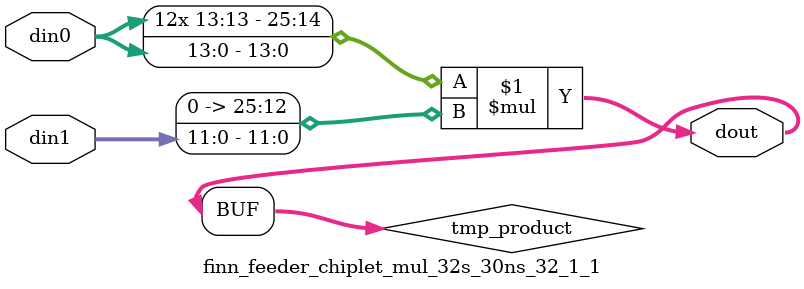
<source format=v>

`timescale 1 ns / 1 ps

  module finn_feeder_chiplet_mul_32s_30ns_32_1_1(din0, din1, dout);
parameter ID = 1;
parameter NUM_STAGE = 0;
parameter din0_WIDTH = 14;
parameter din1_WIDTH = 12;
parameter dout_WIDTH = 26;

input [din0_WIDTH - 1 : 0] din0; 
input [din1_WIDTH - 1 : 0] din1; 
output [dout_WIDTH - 1 : 0] dout;

wire signed [dout_WIDTH - 1 : 0] tmp_product;












assign tmp_product = $signed(din0) * $signed({1'b0, din1});









assign dout = tmp_product;







endmodule

</source>
